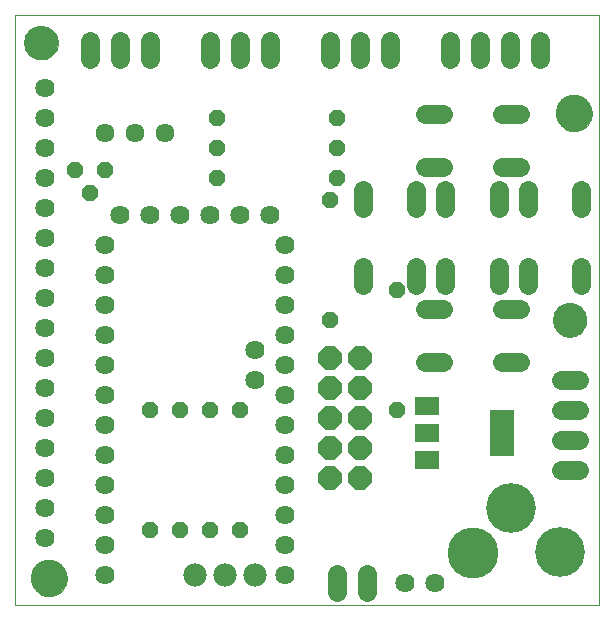
<source format=gts>
G75*
%MOIN*%
%OFA0B0*%
%FSLAX24Y24*%
%IPPOS*%
%LPD*%
%AMOC8*
5,1,8,0,0,1.08239X$1,22.5*
%
%ADD10C,0.0000*%
%ADD11C,0.1221*%
%ADD12C,0.1142*%
%ADD13C,0.0640*%
%ADD14OC8,0.0560*%
%ADD15C,0.0634*%
%ADD16C,0.0634*%
%ADD17C,0.0640*%
%ADD18C,0.0780*%
%ADD19OC8,0.0780*%
%ADD20C,0.1700*%
%ADD21C,0.1660*%
%ADD22R,0.0830X0.0630*%
%ADD23R,0.0830X0.1540*%
D10*
X000100Y001383D02*
X000100Y021068D01*
X019592Y021068D01*
X019592Y001383D01*
X000100Y001383D01*
X000653Y002277D02*
X000655Y002325D01*
X000661Y002373D01*
X000671Y002420D01*
X000684Y002466D01*
X000702Y002511D01*
X000722Y002555D01*
X000747Y002597D01*
X000775Y002636D01*
X000805Y002673D01*
X000839Y002707D01*
X000876Y002739D01*
X000914Y002768D01*
X000955Y002793D01*
X000998Y002815D01*
X001043Y002833D01*
X001089Y002847D01*
X001136Y002858D01*
X001184Y002865D01*
X001232Y002868D01*
X001280Y002867D01*
X001328Y002862D01*
X001376Y002853D01*
X001422Y002841D01*
X001467Y002824D01*
X001511Y002804D01*
X001553Y002781D01*
X001593Y002754D01*
X001631Y002724D01*
X001666Y002691D01*
X001698Y002655D01*
X001728Y002617D01*
X001754Y002576D01*
X001776Y002533D01*
X001796Y002489D01*
X001811Y002444D01*
X001823Y002397D01*
X001831Y002349D01*
X001835Y002301D01*
X001835Y002253D01*
X001831Y002205D01*
X001823Y002157D01*
X001811Y002110D01*
X001796Y002065D01*
X001776Y002021D01*
X001754Y001978D01*
X001728Y001937D01*
X001698Y001899D01*
X001666Y001863D01*
X001631Y001830D01*
X001593Y001800D01*
X001553Y001773D01*
X001511Y001750D01*
X001467Y001730D01*
X001422Y001713D01*
X001376Y001701D01*
X001328Y001692D01*
X001280Y001687D01*
X001232Y001686D01*
X001184Y001689D01*
X001136Y001696D01*
X001089Y001707D01*
X001043Y001721D01*
X000998Y001739D01*
X000955Y001761D01*
X000914Y001786D01*
X000876Y001815D01*
X000839Y001847D01*
X000805Y001881D01*
X000775Y001918D01*
X000747Y001957D01*
X000722Y001999D01*
X000702Y002043D01*
X000684Y002088D01*
X000671Y002134D01*
X000661Y002181D01*
X000655Y002229D01*
X000653Y002277D01*
X018049Y010883D02*
X018051Y010930D01*
X018057Y010976D01*
X018067Y011022D01*
X018080Y011067D01*
X018098Y011110D01*
X018119Y011152D01*
X018143Y011192D01*
X018171Y011229D01*
X018202Y011264D01*
X018236Y011297D01*
X018272Y011326D01*
X018311Y011352D01*
X018352Y011375D01*
X018395Y011394D01*
X018439Y011410D01*
X018484Y011422D01*
X018530Y011430D01*
X018577Y011434D01*
X018623Y011434D01*
X018670Y011430D01*
X018716Y011422D01*
X018761Y011410D01*
X018805Y011394D01*
X018848Y011375D01*
X018889Y011352D01*
X018928Y011326D01*
X018964Y011297D01*
X018998Y011264D01*
X019029Y011229D01*
X019057Y011192D01*
X019081Y011152D01*
X019102Y011110D01*
X019120Y011067D01*
X019133Y011022D01*
X019143Y010976D01*
X019149Y010930D01*
X019151Y010883D01*
X019149Y010836D01*
X019143Y010790D01*
X019133Y010744D01*
X019120Y010699D01*
X019102Y010656D01*
X019081Y010614D01*
X019057Y010574D01*
X019029Y010537D01*
X018998Y010502D01*
X018964Y010469D01*
X018928Y010440D01*
X018889Y010414D01*
X018848Y010391D01*
X018805Y010372D01*
X018761Y010356D01*
X018716Y010344D01*
X018670Y010336D01*
X018623Y010332D01*
X018577Y010332D01*
X018530Y010336D01*
X018484Y010344D01*
X018439Y010356D01*
X018395Y010372D01*
X018352Y010391D01*
X018311Y010414D01*
X018272Y010440D01*
X018236Y010469D01*
X018202Y010502D01*
X018171Y010537D01*
X018143Y010574D01*
X018119Y010614D01*
X018098Y010656D01*
X018080Y010699D01*
X018067Y010744D01*
X018057Y010790D01*
X018051Y010836D01*
X018049Y010883D01*
X018153Y017777D02*
X018155Y017825D01*
X018161Y017873D01*
X018171Y017920D01*
X018184Y017966D01*
X018202Y018011D01*
X018222Y018055D01*
X018247Y018097D01*
X018275Y018136D01*
X018305Y018173D01*
X018339Y018207D01*
X018376Y018239D01*
X018414Y018268D01*
X018455Y018293D01*
X018498Y018315D01*
X018543Y018333D01*
X018589Y018347D01*
X018636Y018358D01*
X018684Y018365D01*
X018732Y018368D01*
X018780Y018367D01*
X018828Y018362D01*
X018876Y018353D01*
X018922Y018341D01*
X018967Y018324D01*
X019011Y018304D01*
X019053Y018281D01*
X019093Y018254D01*
X019131Y018224D01*
X019166Y018191D01*
X019198Y018155D01*
X019228Y018117D01*
X019254Y018076D01*
X019276Y018033D01*
X019296Y017989D01*
X019311Y017944D01*
X019323Y017897D01*
X019331Y017849D01*
X019335Y017801D01*
X019335Y017753D01*
X019331Y017705D01*
X019323Y017657D01*
X019311Y017610D01*
X019296Y017565D01*
X019276Y017521D01*
X019254Y017478D01*
X019228Y017437D01*
X019198Y017399D01*
X019166Y017363D01*
X019131Y017330D01*
X019093Y017300D01*
X019053Y017273D01*
X019011Y017250D01*
X018967Y017230D01*
X018922Y017213D01*
X018876Y017201D01*
X018828Y017192D01*
X018780Y017187D01*
X018732Y017186D01*
X018684Y017189D01*
X018636Y017196D01*
X018589Y017207D01*
X018543Y017221D01*
X018498Y017239D01*
X018455Y017261D01*
X018414Y017286D01*
X018376Y017315D01*
X018339Y017347D01*
X018305Y017381D01*
X018275Y017418D01*
X018247Y017457D01*
X018222Y017499D01*
X018202Y017543D01*
X018184Y017588D01*
X018171Y017634D01*
X018161Y017681D01*
X018155Y017729D01*
X018153Y017777D01*
X000443Y020133D02*
X000445Y020180D01*
X000451Y020226D01*
X000461Y020272D01*
X000474Y020317D01*
X000492Y020360D01*
X000513Y020402D01*
X000537Y020442D01*
X000565Y020479D01*
X000596Y020514D01*
X000630Y020547D01*
X000666Y020576D01*
X000705Y020602D01*
X000746Y020625D01*
X000789Y020644D01*
X000833Y020660D01*
X000878Y020672D01*
X000924Y020680D01*
X000971Y020684D01*
X001017Y020684D01*
X001064Y020680D01*
X001110Y020672D01*
X001155Y020660D01*
X001199Y020644D01*
X001242Y020625D01*
X001283Y020602D01*
X001322Y020576D01*
X001358Y020547D01*
X001392Y020514D01*
X001423Y020479D01*
X001451Y020442D01*
X001475Y020402D01*
X001496Y020360D01*
X001514Y020317D01*
X001527Y020272D01*
X001537Y020226D01*
X001543Y020180D01*
X001545Y020133D01*
X001543Y020086D01*
X001537Y020040D01*
X001527Y019994D01*
X001514Y019949D01*
X001496Y019906D01*
X001475Y019864D01*
X001451Y019824D01*
X001423Y019787D01*
X001392Y019752D01*
X001358Y019719D01*
X001322Y019690D01*
X001283Y019664D01*
X001242Y019641D01*
X001199Y019622D01*
X001155Y019606D01*
X001110Y019594D01*
X001064Y019586D01*
X001017Y019582D01*
X000971Y019582D01*
X000924Y019586D01*
X000878Y019594D01*
X000833Y019606D01*
X000789Y019622D01*
X000746Y019641D01*
X000705Y019664D01*
X000666Y019690D01*
X000630Y019719D01*
X000596Y019752D01*
X000565Y019787D01*
X000537Y019824D01*
X000513Y019864D01*
X000492Y019906D01*
X000474Y019949D01*
X000461Y019994D01*
X000451Y020040D01*
X000445Y020086D01*
X000443Y020133D01*
D11*
X001244Y002277D03*
X018744Y017777D03*
D12*
X018600Y010883D03*
X000994Y020133D03*
D13*
X001100Y018633D03*
X001100Y017633D03*
X001100Y016633D03*
X001100Y015633D03*
X001100Y014633D03*
X001100Y013633D03*
X001100Y012633D03*
X001100Y011633D03*
X001100Y010633D03*
X001100Y009633D03*
X001100Y008633D03*
X001100Y007633D03*
X001100Y006633D03*
X001100Y005633D03*
X001100Y004633D03*
X001100Y003633D03*
X003100Y003383D03*
X003100Y004383D03*
X003100Y005383D03*
X003100Y006383D03*
X003100Y007383D03*
X003100Y008383D03*
X003100Y009383D03*
X003100Y010383D03*
X003100Y011383D03*
X003100Y012383D03*
X003100Y013383D03*
X003600Y014383D03*
X004600Y014383D03*
X005600Y014383D03*
X006600Y014383D03*
X007600Y014383D03*
X008600Y014383D03*
X009100Y013383D03*
X009100Y012383D03*
X009100Y011383D03*
X009100Y010383D03*
X009100Y009383D03*
X009100Y008383D03*
X009100Y007383D03*
X009100Y006383D03*
X009100Y005383D03*
X009100Y004383D03*
X009100Y003383D03*
X009100Y002383D03*
X013100Y002133D03*
X014100Y002133D03*
X008100Y008883D03*
X008100Y009883D03*
X003100Y002383D03*
D14*
X004600Y003883D03*
X005600Y003883D03*
X006600Y003883D03*
X007600Y003883D03*
X007600Y007883D03*
X006600Y007883D03*
X005600Y007883D03*
X004600Y007883D03*
X010600Y010883D03*
X012850Y011883D03*
X010600Y014883D03*
X010850Y015633D03*
X010850Y016633D03*
X010850Y017633D03*
X006850Y017633D03*
X006850Y016633D03*
X006850Y015633D03*
X003100Y015883D03*
X002600Y015133D03*
X002100Y015883D03*
X012850Y007883D03*
D15*
X005100Y017133D03*
X004100Y017133D03*
X003100Y017133D03*
D16*
X002600Y019586D02*
X002600Y020180D01*
X003600Y020180D02*
X003600Y019586D01*
X004600Y019586D02*
X004600Y020180D01*
X006600Y020180D02*
X006600Y019586D01*
X007600Y019586D02*
X007600Y020180D01*
X008600Y020180D02*
X008600Y019586D01*
X010600Y019586D02*
X010600Y020180D01*
X011600Y020180D02*
X011600Y019586D01*
X012600Y019586D02*
X012600Y020180D01*
X014600Y020180D02*
X014600Y019586D01*
X015600Y019586D02*
X015600Y020180D01*
X016600Y020180D02*
X016600Y019586D01*
X017600Y019586D02*
X017600Y020180D01*
X018303Y008883D02*
X018897Y008883D01*
X018897Y007883D02*
X018303Y007883D01*
X018303Y006883D02*
X018897Y006883D01*
X018897Y005883D02*
X018303Y005883D01*
X011850Y002430D02*
X011850Y001836D01*
X010850Y001836D02*
X010850Y002430D01*
D17*
X013770Y009493D02*
X014370Y009493D01*
X014370Y011273D02*
X013770Y011273D01*
X013490Y012053D02*
X013490Y012653D01*
X014460Y012653D02*
X014460Y012053D01*
X016240Y012053D02*
X016240Y012653D01*
X017210Y012653D02*
X017210Y012053D01*
X016930Y011273D02*
X016330Y011273D01*
X016330Y009493D02*
X016930Y009493D01*
X018990Y012053D02*
X018990Y012653D01*
X018990Y014613D02*
X018990Y015213D01*
X017210Y015213D02*
X017210Y014613D01*
X016240Y014613D02*
X016240Y015213D01*
X016330Y015993D02*
X016930Y015993D01*
X016930Y017773D02*
X016330Y017773D01*
X014370Y017773D02*
X013770Y017773D01*
X013770Y015993D02*
X014370Y015993D01*
X014460Y015213D02*
X014460Y014613D01*
X013490Y014613D02*
X013490Y015213D01*
X011710Y015213D02*
X011710Y014613D01*
X011710Y012653D02*
X011710Y012053D01*
D18*
X008100Y002383D03*
X007100Y002383D03*
X006100Y002383D03*
D19*
X010600Y005633D03*
X011600Y005633D03*
X011600Y006633D03*
X011600Y007633D03*
X010600Y007633D03*
X010600Y006633D03*
X010600Y008633D03*
X010600Y009633D03*
X011600Y009633D03*
X011600Y008633D03*
D20*
X015386Y003133D03*
D21*
X016637Y004614D03*
X018269Y003143D03*
D22*
X013860Y006223D03*
X013860Y007123D03*
X013860Y008023D03*
D23*
X016340Y007133D03*
M02*

</source>
